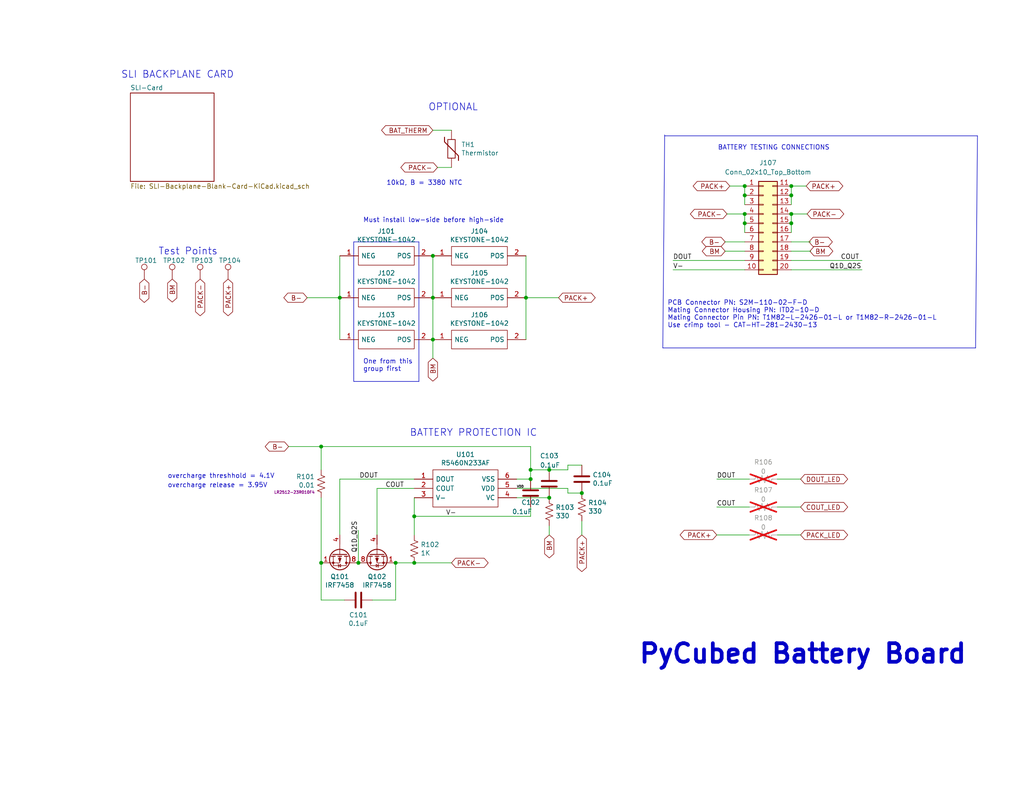
<source format=kicad_sch>
(kicad_sch (version 20230121) (generator eeschema)
  (paper "USLetter")
  (title_block (title "PyCubed Battery Board") (date "2023-06-20") (rev "revB1") (company "Sierra Lobo INC"))
  (lib_symbols
    (symbol "Connector:TestPoint" (pin_numbers hide) (pin_names (offset 0.762) hide)
      (property "Reference" "TP" (at 0 6.858 0))
      (property "Value" "TestPoint" (at 0 5.08 0))
      (symbol "TestPoint_0_1"
        (circle (center 0 3.302) (radius 0.762))
      )
      (symbol "TestPoint_1_1"
        (pin passive line (at 0 0 90) (length 2.54) (name "1") (number "1"))
      )
    )
    (symbol "Connector_Generic:Conn_02x10_Top_Bottom" (pin_names (offset 1.016) hide)
      (property "Reference" "J" (at 1.27 12.7 0))
      (property "Value" "Conn_02x10_Top_Bottom" (at 1.27 -15.24 0))
      (symbol "Conn_02x10_Top_Bottom_1_1"
        (rectangle (start -1.27 -12.573) (end 0 -12.827) (stroke (width 0.1524)))
        (rectangle (start -1.27 -10.033) (end 0 -10.287) (stroke (width 0.1524)))
        (rectangle (start -1.27 -7.493) (end 0 -7.747) (stroke (width 0.1524)))
        (rectangle (start -1.27 -4.953) (end 0 -5.207) (stroke (width 0.1524)))
        (rectangle (start -1.27 -2.413) (end 0 -2.667) (stroke (width 0.1524)))
        (rectangle (start -1.27 0.127) (end 0 -0.127) (stroke (width 0.1524)))
        (rectangle (start -1.27 2.667) (end 0 2.413) (stroke (width 0.1524)))
        (rectangle (start -1.27 5.207) (end 0 4.953) (stroke (width 0.1524)))
        (rectangle (start -1.27 7.747) (end 0 7.493) (stroke (width 0.1524)))
        (rectangle (start -1.27 10.287) (end 0 10.033) (stroke (width 0.1524)))
        (rectangle (start -1.27 11.43) (end 3.81 -13.97) (stroke (width 0.254)) (fill (type background)))
        (rectangle (start 3.81 -12.573) (end 2.54 -12.827) (stroke (width 0.1524)))
        (rectangle (start 3.81 -10.033) (end 2.54 -10.287) (stroke (width 0.1524)))
        (rectangle (start 3.81 -7.493) (end 2.54 -7.747) (stroke (width 0.1524)))
        (rectangle (start 3.81 -4.953) (end 2.54 -5.207) (stroke (width 0.1524)))
        (rectangle (start 3.81 -2.413) (end 2.54 -2.667) (stroke (width 0.1524)))
        (rectangle (start 3.81 0.127) (end 2.54 -0.127) (stroke (width 0.1524)))
        (rectangle (start 3.81 2.667) (end 2.54 2.413) (stroke (width 0.1524)))
        (rectangle (start 3.81 5.207) (end 2.54 4.953) (stroke (width 0.1524)))
        (rectangle (start 3.81 7.747) (end 2.54 7.493) (stroke (width 0.1524)))
        (rectangle (start 3.81 10.287) (end 2.54 10.033) (stroke (width 0.1524)))
        (pin passive line (at -5.08 10.16 0) (length 3.81) (name "Pin_1") (number "1"))
        (pin passive line (at -5.08 -12.7 0) (length 3.81) (name "Pin_10") (number "10"))
        (pin passive line (at 7.62 10.16 180) (length 3.81) (name "Pin_11") (number "11"))
        (pin passive line (at 7.62 7.62 180) (length 3.81) (name "Pin_12") (number "12"))
        (pin passive line (at 7.62 5.08 180) (length 3.81) (name "Pin_13") (number "13"))
        (pin passive line (at 7.62 2.54 180) (length 3.81) (name "Pin_14") (number "14"))
        (pin passive line (at 7.62 0 180) (length 3.81) (name "Pin_15") (number "15"))
        (pin passive line (at 7.62 -2.54 180) (length 3.81) (name "Pin_16") (number "16"))
        (pin passive line (at 7.62 -5.08 180) (length 3.81) (name "Pin_17") (number "17"))
        (pin passive line (at 7.62 -7.62 180) (length 3.81) (name "Pin_18") (number "18"))
        (pin passive line (at 7.62 -10.16 180) (length 3.81) (name "Pin_19") (number "19"))
        (pin passive line (at -5.08 7.62 0) (length 3.81) (name "Pin_2") (number "2"))
        (pin passive line (at 7.62 -12.7 180) (length 3.81) (name "Pin_20") (number "20"))
        (pin passive line (at -5.08 5.08 0) (length 3.81) (name "Pin_3") (number "3"))
        (pin passive line (at -5.08 2.54 0) (length 3.81) (name "Pin_4") (number "4"))
        (pin passive line (at -5.08 0 0) (length 3.81) (name "Pin_5") (number "5"))
        (pin passive line (at -5.08 -2.54 0) (length 3.81) (name "Pin_6") (number "6"))
        (pin passive line (at -5.08 -5.08 0) (length 3.81) (name "Pin_7") (number "7"))
        (pin passive line (at -5.08 -7.62 0) (length 3.81) (name "Pin_8") (number "8"))
        (pin passive line (at -5.08 -10.16 0) (length 3.81) (name "Pin_9") (number "9"))
      )
    )
    (symbol "Device:C" (pin_numbers hide) (pin_names (offset 0.254))
      (property "Reference" "C" (at 0.635 2.54 0))
      (property "Value" "C" (at 0.635 -2.54 0))
      (symbol "C_0_1"
        (polyline (pts (xy -2.032 -0.762) (xy 2.032 -0.762)) (stroke (width 0.508)))
        (polyline (pts (xy -2.032 0.762) (xy 2.032 0.762)) (stroke (width 0.508)))
      )
      (symbol "C_1_1"
        (pin passive line (at 0 3.81 270) (length 2.794) (name "~") (number "1"))
        (pin passive line (at 0 -3.81 90) (length 2.794) (name "~") (number "2"))
      )
    )
    (symbol "Device:R_US" (pin_numbers hide) (pin_names (offset 0))
      (property "Reference" "R" (at 2.54 0 90))
      (property "Value" "R_US" (at -2.54 0 90))
      (symbol "R_US_0_1"
        (polyline (pts (xy 0 -2.286) (xy 0 -2.54)))
        (polyline (pts (xy 0 2.286) (xy 0 2.54)))
        (polyline (pts (xy 0 -0.762) (xy 1.016 -1.143) (xy 0 -1.524) (xy -1.016 -1.905) (xy 0 -2.286)))
        (polyline (pts (xy 0 0.762) (xy 1.016 0.381) (xy 0 0) (xy -1.016 -0.381) (xy 0 -0.762)))
        (polyline (pts (xy 0 2.286) (xy 1.016 1.905) (xy 0 1.524) (xy -1.016 1.143) (xy 0 0.762)))
      )
      (symbol "R_US_1_1"
        (pin passive line (at 0 3.81 270) (length 1.27) (name "~") (number "1"))
        (pin passive line (at 0 -3.81 90) (length 1.27) (name "~") (number "2"))
      )
    )
    (symbol "Device:Thermistor" (pin_numbers hide) (pin_names (offset 0))
      (property "Reference" "TH" (at 2.54 1.27 90))
      (property "Value" "Thermistor" (at -2.54 0 90))
      (symbol "Thermistor_0_1"
        (rectangle (start -1.016 2.54) (end 1.016 -2.54) (stroke (width 0.2032)))
        (polyline (pts (xy -1.905 3.175) (xy -1.905 1.905) (xy 1.905 -1.905) (xy 1.905 -3.175) (xy 1.905 -3.175)) (stroke (width 0.254)))
      )
      (symbol "Thermistor_1_1"
        (pin passive line (at 0 5.08 270) (length 2.54) (name "~") (number "1"))
        (pin passive line (at 0 -5.08 90) (length 2.54) (name "~") (number "2"))
      )
    )
    (symbol "Transistor_FET:IRF7404" (pin_names hide)
      (property "Reference" "Q" (at 5.08 1.905 0))
      (property "Value" "IRF7404" (at 5.08 0 0))
      (symbol "IRF7404_0_1"
        (polyline (pts (xy 0.254 0) (xy -2.54 0)))
        (polyline (pts (xy 0.254 1.905) (xy 0.254 -1.905)) (stroke (width 0.254)))
        (polyline (pts (xy 0.762 -1.27) (xy 0.762 -2.286)) (stroke (width 0.254)))
        (polyline (pts (xy 0.762 0.508) (xy 0.762 -0.508)) (stroke (width 0.254)))
        (polyline (pts (xy 0.762 2.286) (xy 0.762 1.27)) (stroke (width 0.254)))
        (polyline (pts (xy 2.54 2.54) (xy 2.54 1.778)))
        (polyline (pts (xy 2.54 -2.54) (xy 2.54 0) (xy 0.762 0)))
        (polyline (pts (xy 0.762 1.778) (xy 3.302 1.778) (xy 3.302 -1.778) (xy 0.762 -1.778)))
        (polyline (pts (xy 2.286 0) (xy 1.27 0.381) (xy 1.27 -0.381) (xy 2.286 0)) (fill (type outline)))
        (polyline (pts (xy 2.794 -0.508) (xy 2.921 -0.381) (xy 3.683 -0.381) (xy 3.81 -0.254)))
        (polyline (pts (xy 3.302 -0.381) (xy 2.921 0.254) (xy 3.683 0.254) (xy 3.302 -0.381)))
        (circle (center 1.651 0) (radius 2.794) (stroke (width 0.254)))
        (circle (center 2.54 -1.778) (radius 0.254) (fill (type outline)))
        (circle (center 2.54 1.778) (radius 0.254) (fill (type outline)))
      )
      (symbol "IRF7404_1_1"
        (pin passive line (at 2.54 -5.08 90) (length 2.54) (name "S") (number "1"))
        (pin passive line (at 2.54 -5.08 90) (length 2.54) hide (name "S") (number "2"))
        (pin passive line (at 2.54 -5.08 90) (length 2.54) hide (name "S") (number "3"))
        (pin passive line (at -5.08 0 0) (length 2.54) (name "G") (number "4"))
        (pin passive line (at 2.54 5.08 270) (length 2.54) hide (name "D") (number "5"))
        (pin passive line (at 2.54 5.08 270) (length 2.54) hide (name "D") (number "6"))
        (pin passive line (at 2.54 5.08 270) (length 2.54) hide (name "D") (number "7"))
        (pin passive line (at 2.54 5.08 270) (length 2.54) (name "D") (number "8"))
      )
    )
    (symbol "batteryboard-rescue:1042-symbols" (pin_names (offset 0.762))
      (property "Reference" "J" (at 11.43 6.35 0))
      (property "Value" "batteryboard-rescue_1042-symbols" (at 10.16 3.81 0))
      (symbol "1042-symbols_0_0"
        (pin unspecified line (at 0 0 0) (length 5.08) (name "NEG") (number "1"))
        (pin unspecified line (at 25.4 0 180) (length 5.08) (name "POS") (number "2"))
      )
      (symbol "1042-symbols_0_1"
        (polyline (pts (xy 5.08 2.54) (xy 20.32 2.54) (xy 20.32 -2.54) (xy 5.08 -2.54) (xy 5.08 2.54)) (stroke (width 0.1524)))
      )
    )
    (symbol "batteryboard-rescue:R5460N233AF-symbols" (pin_names (offset 0.762))
      (property "Reference" "U" (at 12.7 3.81 0))
      (property "Value" "batteryboard-rescue_R5460N233AF-symbols" (at 7.62 -8.89 0))
      (symbol "R5460N233AF-symbols_0_0"
        (pin unspecified line (at 0 0 0) (length 5.08) (name "DOUT") (number "1"))
        (pin unspecified line (at 0 -2.54 0) (length 5.08) (name "COUT") (number "2"))
        (pin unspecified line (at 0 -5.08 0) (length 5.08) (name "V-") (number "3"))
        (pin unspecified line (at 27.94 -5.08 180) (length 5.08) (name "VC") (number "4"))
        (pin unspecified line (at 27.94 -2.54 180) (length 5.08) (name "VDD") (number "5"))
        (pin unspecified line (at 27.94 0 180) (length 5.08) (name "VSS") (number "6"))
      )
      (symbol "R5460N233AF-symbols_0_1"
        (polyline (pts (xy 5.08 2.54) (xy 22.86 2.54) (xy 22.86 -7.62) (xy 5.08 -7.62) (xy 5.08 2.54)) (stroke (width 0.1524)))
      )
    )
  )
  (junction (at 118.11 92.71))
  (junction (at 158.75 134.62))
  (junction (at 107.95 153.67))
  (junction (at 113.03 140.97))
  (junction (at 87.63 121.92))
  (junction (at 203.2 53.34))
  (junction (at 113.03 153.67))
  (junction (at 118.11 81.28))
  (junction (at 215.9 53.34))
  (junction (at 144.78 130.81))
  (junction (at 144.78 128.27))
  (junction (at 203.2 58.42))
  (junction (at 118.11 69.85))
  (junction (at 215.9 58.42))
  (junction (at 215.9 60.96))
  (junction (at 143.51 81.28))
  (junction (at 203.2 60.96))
  (junction (at 149.86 135.89))
  (junction (at 87.63 153.67))
  (junction (at 203.2 50.8))
  (junction (at 149.86 128.27))
  (junction (at 97.79 153.67))
  (junction (at 215.9 50.8))
  (junction (at 92.71 81.28))
  (wire (pts (xy 215.9 50.8) (xy 219.964 50.8)))
  (wire (pts (xy 113.03 140.97) (xy 113.03 135.89)))
  (wire (pts (xy 198.374 58.42) (xy 203.2 58.42)))
  (wire (pts (xy 143.51 81.28) (xy 143.51 69.85)))
  (wire (pts (xy 92.71 81.28) (xy 83.82 81.28)))
  (wire (pts (xy 149.86 128.27) (xy 154.94 128.27)))
  (wire (pts (xy 154.94 133.35) (xy 154.94 134.62)))
  (polyline (pts (xy 96.52 104.14) (xy 96.52 66.04)))
  (wire (pts (xy 215.9 60.96) (xy 215.9 63.5)))
  (wire (pts (xy 119.38 45.72) (xy 123.19 45.72)))
  (polyline (pts (xy 181.356 36.83) (xy 180.848 94.996)))
  (wire (pts (xy 87.63 121.92) (xy 87.63 128.27)))
  (wire (pts (xy 123.19 153.67) (xy 113.03 153.67)))
  (wire (pts (xy 92.71 130.81) (xy 113.03 130.81)))
  (polyline (pts (xy 96.52 66.04) (xy 114.3 66.04)))
  (wire (pts (xy 92.71 92.71) (xy 92.71 81.28)))
  (polyline (pts (xy 266.7 37.084) (xy 266.192 94.996)))
  (wire (pts (xy 118.11 92.71) (xy 118.11 97.79)))
  (polyline (pts (xy 114.3 66.04) (xy 114.3 104.14)))
  (wire (pts (xy 218.44 146.05) (xy 212.09 146.05)))
  (wire (pts (xy 92.71 81.28) (xy 92.71 69.85)))
  (wire (pts (xy 102.87 133.35) (xy 102.87 146.05)))
  (wire (pts (xy 118.11 69.85) (xy 118.11 81.28)))
  (wire (pts (xy 215.9 58.42) (xy 215.9 60.96)))
  (wire (pts (xy 158.75 146.05) (xy 158.75 142.24)))
  (polyline (pts (xy 266.192 94.996) (xy 180.848 94.996)))
  (wire (pts (xy 197.866 68.58) (xy 203.2 68.58)))
  (wire (pts (xy 199.136 50.8) (xy 203.2 50.8)))
  (wire (pts (xy 195.58 146.05) (xy 204.47 146.05)))
  (wire (pts (xy 144.78 140.97) (xy 113.03 140.97)))
  (wire (pts (xy 203.2 50.8) (xy 203.2 53.34)))
  (wire (pts (xy 149.86 146.05) (xy 149.86 143.51)))
  (wire (pts (xy 102.87 133.35) (xy 113.03 133.35)))
  (wire (pts (xy 107.95 163.83) (xy 107.95 153.67)))
  (wire (pts (xy 93.98 163.83) (xy 87.63 163.83)))
  (wire (pts (xy 143.51 81.28) (xy 152.4 81.28)))
  (wire (pts (xy 215.9 50.8) (xy 215.9 53.34)))
  (wire (pts (xy 144.78 121.92) (xy 87.63 121.92)))
  (wire (pts (xy 87.63 121.92) (xy 78.74 121.92)))
  (wire (pts (xy 203.2 53.34) (xy 203.2 55.88)))
  (wire (pts (xy 154.94 134.62) (xy 158.75 134.62)))
  (wire (pts (xy 154.94 128.27) (xy 154.94 127)))
  (wire (pts (xy 118.11 35.56) (xy 123.19 35.56)))
  (wire (pts (xy 215.9 73.66) (xy 235.204 73.66)))
  (wire (pts (xy 101.6 163.83) (xy 107.95 163.83)))
  (wire (pts (xy 215.9 71.12) (xy 235.204 71.12)))
  (wire (pts (xy 140.97 133.35) (xy 154.94 133.35)))
  (wire (pts (xy 183.642 73.66) (xy 203.2 73.66)))
  (wire (pts (xy 144.78 128.27) (xy 149.86 128.27)))
  (wire (pts (xy 107.95 153.67) (xy 113.03 153.67)))
  (wire (pts (xy 203.2 60.96) (xy 203.2 63.5)))
  (wire (pts (xy 144.78 138.43) (xy 144.78 140.97)))
  (wire (pts (xy 215.9 53.34) (xy 215.9 55.88)))
  (wire (pts (xy 140.97 130.81) (xy 144.78 130.81)))
  (wire (pts (xy 118.11 81.28) (xy 118.11 92.71)))
  (wire (pts (xy 113.03 146.05) (xy 113.03 140.97)))
  (wire (pts (xy 221.234 68.58) (xy 215.9 68.58)))
  (wire (pts (xy 218.44 130.81) (xy 212.09 130.81)))
  (wire (pts (xy 87.63 153.67) (xy 87.63 135.89)))
  (wire (pts (xy 195.58 138.43) (xy 204.47 138.43)))
  (wire (pts (xy 154.94 127) (xy 158.75 127)))
  (wire (pts (xy 195.58 130.81) (xy 204.47 130.81)))
  (wire (pts (xy 144.78 128.27) (xy 144.78 130.81)))
  (wire (pts (xy 218.44 138.43) (xy 212.09 138.43)))
  (wire (pts (xy 144.78 128.27) (xy 144.78 121.92)))
  (wire (pts (xy 140.97 135.89) (xy 149.86 135.89)))
  (wire (pts (xy 143.51 92.71) (xy 143.51 81.28)))
  (wire (pts (xy 221.234 66.04) (xy 215.9 66.04)))
  (wire (pts (xy 197.866 66.04) (xy 203.2 66.04)))
  (wire (pts (xy 87.63 163.83) (xy 87.63 153.67)))
  (wire (pts (xy 92.71 146.05) (xy 92.71 130.81)))
  (wire (pts (xy 215.9 58.42) (xy 220.218 58.42)))
  (wire (pts (xy 183.642 71.12) (xy 203.2 71.12)))
  (wire (pts (xy 97.79 144.78) (xy 97.79 153.67)))
  (wire (pts (xy 203.2 58.42) (xy 203.2 60.96)))
  (polyline (pts (xy 114.3 104.14) (xy 96.52 104.14)))
  (polyline (pts (xy 181.356 37.084) (xy 266.7 37.084)))
  (text "overcharge release = 3.95V" (at 45.72 133.35 0) (effects (font (size 1.27 1.27)) (justify left bottom)))
  (text "Test Points" (at 43.18 69.85 0) (effects (font (size 1.905 1.905)) (justify left bottom)))
  (text "PCB Connector PN: S2M-110-02-F-D\nMating Connector Housing PN: ITD2-10-D\nMating Connector Pin PN: T1M82-L-2426-01-L or T1M82-R-2426-01-L\nUse crimp tool - CAT-HT-281-2430-13" (at 182.118 89.662 0) (effects (font (size 1.27 1.27)) (justify left bottom)))
  (text "Must install low-side before high-side" (at 99.06 60.96 0) (effects (font (size 1.27 1.27)) (justify left bottom)))
  (text "SLI BACKPLANE CARD" (at 33.02 21.59 0) (effects (font (size 1.905 1.905)) (justify left bottom)))
  (text "BATTERY TESTING CONNECTIONS" (at 195.834 41.148 0) (effects (font (size 1.27 1.27)) (justify left bottom)))
  (text "overcharge threshhold = 4.1V" (at 45.72 130.81 0) (effects (font (size 1.27 1.27)) (justify left bottom)))
  (text "OPTIONAL" (at 116.84 30.48 0) (effects (font (size 1.905 1.905)) (justify left bottom)))
  (text "BATTERY PROTECTION IC" (at 111.76 119.38 0) (effects (font (size 1.905 1.905)) (justify left bottom)))
  (text "One from this \ngroup first" (at 99.06 101.6 0) (effects (font (size 1.27 1.27)) (justify left bottom)))
  (text "PyCubed Battery Board" (at 173.99 181.61 0) (effects (font (size 5.08 5.08) (thickness 1.016) bold) (justify left bottom)))
  (text "10kΩ, B = 3380 NTC" (at 105.41 50.8 0) (effects (font (size 1.27 1.27)) (justify left bottom)))
  (label "V-" (at 183.642 73.66 0))
  (label "DOUT" (at 98.044 130.81 0))
  (label "DOUT" (at 195.58 130.81 0))
  (label "V-" (at 121.666 140.97 0))
  (label "Q1D_Q2S" (at 226.314 73.66 0))
  (label "COUT" (at 105.156 133.35 0))
  (label "Q1D_Q2S" (at 97.79 150.876 90))
  (label "COUT" (at 229.362 71.12 0))
  (label "VDD" (at 140.97 133.35 0) (effects (font (size 0.635 0.635))))
  (label "COUT" (at 195.58 138.43 0))
  (label "DOUT" (at 183.642 71.12 0))
  (global_label "B-" (shape bidirectional) (at 83.82 81.28 180) (property "Intersheetrefs" "${INTERSHEET_REFS}" (effects hide)))
  (global_label "B-" (shape bidirectional) (at 78.74 121.92 180) (property "Intersheetrefs" "${INTERSHEET_REFS}" (effects hide)))
  (global_label "BAT_THERM" (shape bidirectional) (at 118.11 35.56 180) (property "Intersheetrefs" "${INTERSHEET_REFS}" (effects hide)))
  (global_label "PACK-" (shape bidirectional) (at 119.38 45.72 180) (property "Intersheetrefs" "${INTERSHEET_REFS}" (effects hide)))
  (global_label "PACK-" (shape bidirectional) (at 54.61 76.2 270) (property "Intersheetrefs" "${INTERSHEET_REFS}" (effects hide)))
  (global_label "PACK+" (shape bidirectional) (at 195.58 146.05 180) (property "Intersheetrefs" "${INTERSHEET_REFS}" (effects hide)))
  (global_label "BM" (shape bidirectional) (at 46.99 76.2 270) (property "Intersheetrefs" "${INTERSHEET_REFS}" (effects hide)))
  (global_label "PACK+" (shape bidirectional) (at 62.23 76.2 270) (property "Intersheetrefs" "${INTERSHEET_REFS}" (effects hide)))
  (global_label "PACK+" (shape bidirectional) (at 199.136 50.8 180) (property "Intersheetrefs" "${INTERSHEET_REFS}" (effects hide)))
  (global_label "PACK-" (shape bidirectional) (at 220.218 58.42 0) (property "Intersheetrefs" "${INTERSHEET_REFS}" (effects hide)))
  (global_label "BM" (shape bidirectional) (at 118.11 97.79 270) (property "Intersheetrefs" "${INTERSHEET_REFS}" (effects hide)))
  (global_label "PACK+" (shape bidirectional) (at 219.964 50.8 0) (property "Intersheetrefs" "${INTERSHEET_REFS}" (effects hide)))
  (global_label "BM" (shape bidirectional) (at 220.98 68.58 0) (property "Intersheetrefs" "${INTERSHEET_REFS}" (effects hide)))
  (global_label "PACK-" (shape bidirectional) (at 198.374 58.42 180) (property "Intersheetrefs" "${INTERSHEET_REFS}" (effects hide)))
  (global_label "PACK+" (shape bidirectional) (at 152.4 81.28 0) (property "Intersheetrefs" "${INTERSHEET_REFS}" (effects hide)))
  (global_label "PACK_LED" (shape bidirectional) (at 218.44 146.05 0) (property "Intersheetrefs" "${INTERSHEET_REFS}" (effects hide)))
  (global_label "B-" (shape bidirectional) (at 197.866 66.04 180) (property "Intersheetrefs" "${INTERSHEET_REFS}" (effects hide)))
  (global_label "DOUT_LED" (shape bidirectional) (at 218.44 130.81 0) (property "Intersheetrefs" "${INTERSHEET_REFS}" (effects hide)))
  (global_label "PACK+" (shape bidirectional) (at 158.75 146.05 270) (property "Intersheetrefs" "${INTERSHEET_REFS}" (effects hide)))
  (global_label "PACK-" (shape bidirectional) (at 123.19 153.67 0) (property "Intersheetrefs" "${INTERSHEET_REFS}" (effects hide)))
  (global_label "BM" (shape bidirectional) (at 197.866 68.58 180) (property "Intersheetrefs" "${INTERSHEET_REFS}" (effects hide)))
  (global_label "B-" (shape bidirectional) (at 39.37 76.2 270) (property "Intersheetrefs" "${INTERSHEET_REFS}" (effects hide)))
  (global_label "BM" (shape bidirectional) (at 149.86 146.05 270) (property "Intersheetrefs" "${INTERSHEET_REFS}" (effects hide)))
  (global_label "COUT_LED" (shape bidirectional) (at 218.44 138.43 0) (property "Intersheetrefs" "${INTERSHEET_REFS}" (effects hide)))
  (global_label "B-" (shape bidirectional) (at 220.726 66.04 0) (property "Intersheetrefs" "${INTERSHEET_REFS}" (effects hide)))
  (symbol (lib_id "batteryboard-rescue:1042-symbols") (at 118.11 69.85 0) (unit 1)
    (property "Reference" "J104" (at 130.81 63.119 0))
    (property "Value" "KEYSTONE-1042" (at 130.81 65.4304 0))
    (property "Footprint" "batteryboard:KEYSTONE-1042" (effects hide))
    (property "Datasheet" "http://www.mouser.com/ds/2/215/042-744829.pdf" (effects hide))
    (property "Description" "Cylindrical Battery Contacts, Clips, Holders & Springs 18650 S/M PC BATTERY HOLDER" (effects hide))
    (property "Manufacturer_Name" "Keystone Electronics" (effects hide))
    (property "Manufacturer_Part_Number" "1042" (effects hide))
    (property "Mouser Part Number" "534-1042" (effects hide))
    (property "Mouser Price/Stock" "https://www.mouser.com/Search/Refine.aspx?Keyword=534-1042" (effects hide))
  )
  (symbol (lib_id "batteryboard-rescue:1042-symbols") (at 92.71 69.85 0) (unit 1)
    (property "Reference" "J101" (at 105.41 63.119 0))
    (property "Value" "KEYSTONE-1042" (at 105.41 65.4304 0))
    (property "Footprint" "batteryboard:KEYSTONE-1042_ALT_J1" (effects hide))
    (property "Datasheet" "http://www.mouser.com/ds/2/215/042-744829.pdf" (effects hide))
    (property "Description" "Cylindrical Battery Contacts, Clips, Holders & Springs 18650 S/M PC BATTERY HOLDER" (effects hide))
    (property "Manufacturer_Name" "Keystone Electronics" (effects hide))
    (property "Manufacturer_Part_Number" "1042" (effects hide))
    (property "Mouser Part Number" "534-1042" (effects hide))
    (property "Mouser Price/Stock" "https://www.mouser.com/Search/Refine.aspx?Keyword=534-1042" (effects hide))
  )
  (symbol (lib_id "batteryboard-rescue:1042-symbols") (at 92.71 81.28 0) (unit 1)
    (property "Reference" "J102" (at 105.41 74.549 0))
    (property "Value" "KEYSTONE-1042" (at 105.41 76.8604 0))
    (property "Footprint" "batteryboard:KEYSTONE-1042" (effects hide))
    (property "Datasheet" "http://www.mouser.com/ds/2/215/042-744829.pdf" (effects hide))
    (property "Description" "Cylindrical Battery Contacts, Clips, Holders & Springs 18650 S/M PC BATTERY HOLDER" (effects hide))
    (property "Manufacturer_Name" "Keystone Electronics" (effects hide))
    (property "Manufacturer_Part_Number" "1042" (effects hide))
    (property "Mouser Part Number" "534-1042" (effects hide))
    (property "Mouser Price/Stock" "https://www.mouser.com/Search/Refine.aspx?Keyword=534-1042" (effects hide))
  )
  (symbol (lib_id "batteryboard-rescue:1042-symbols") (at 118.11 81.28 0) (unit 1)
    (property "Reference" "J105" (at 130.81 74.549 0))
    (property "Value" "KEYSTONE-1042" (at 130.81 76.8604 0))
    (property "Footprint" "batteryboard:KEYSTONE-1042_alt_J4" (effects hide))
    (property "Datasheet" "http://www.mouser.com/ds/2/215/042-744829.pdf" (effects hide))
    (property "Description" "Cylindrical Battery Contacts, Clips, Holders & Springs 18650 S/M PC BATTERY HOLDER" (effects hide))
    (property "Manufacturer_Name" "Keystone Electronics" (effects hide))
    (property "Manufacturer_Part_Number" "1042" (effects hide))
    (property "Mouser Part Number" "534-1042" (effects hide))
    (property "Mouser Price/Stock" "https://www.mouser.com/Search/Refine.aspx?Keyword=534-1042" (effects hide))
  )
  (symbol (lib_id "batteryboard-rescue:1042-symbols") (at 92.71 92.71 0) (unit 1)
    (property "Reference" "J103" (at 105.41 85.979 0))
    (property "Value" "KEYSTONE-1042" (at 105.41 88.2904 0))
    (property "Footprint" "batteryboard:KEYSTONE-1042_ALT_J5" (effects hide))
    (property "Datasheet" "http://www.mouser.com/ds/2/215/042-744829.pdf" (effects hide))
    (property "Description" "Cylindrical Battery Contacts, Clips, Holders & Springs 18650 S/M PC BATTERY HOLDER" (effects hide))
    (property "Manufacturer_Name" "Keystone Electronics" (effects hide))
    (property "Manufacturer_Part_Number" "1042" (effects hide))
    (property "Mouser Part Number" "534-1042" (effects hide))
    (property "Mouser Price/Stock" "https://www.mouser.com/Search/Refine.aspx?Keyword=534-1042" (effects hide))
  )
  (symbol (lib_id "batteryboard-rescue:1042-symbols") (at 118.11 92.71 0) (unit 1)
    (property "Reference" "J106" (at 130.81 85.979 0))
    (property "Value" "KEYSTONE-1042" (at 130.81 88.2904 0))
    (property "Footprint" "batteryboard:KEYSTONE-1042" (effects hide))
    (property "Datasheet" "http://www.mouser.com/ds/2/215/042-744829.pdf" (effects hide))
    (property "Description" "Cylindrical Battery Contacts, Clips, Holders & Springs 18650 S/M PC BATTERY HOLDER" (effects hide))
    (property "Manufacturer_Name" "Keystone Electronics" (effects hide))
    (property "Manufacturer_Part_Number" "1042" (effects hide))
    (property "Mouser Part Number" "534-1042" (effects hide))
    (property "Mouser Price/Stock" "https://www.mouser.com/Search/Refine.aspx?Keyword=534-1042" (effects hide))
  )
  (symbol (lib_id "batteryboard-rescue:R5460N233AF-symbols") (at 113.03 130.81 0) (unit 1)
    (property "Reference" "U101" (at 127 124.079 0))
    (property "Value" "R5460N233AF" (at 127 126.3904 0))
    (property "Footprint" "custom-footprints:SOT95P280X130-6N" (effects hide))
    (property "Datasheet" "http://www.mouser.com/datasheet/2/792/r5460-e-1085730.pdf" (effects hide))
    (property "Description" "Battery Management 2-Cell Li-ion Protection IC" (effects hide))
    (property "Height" "1.3" (effects hide))
    (property "Manufacturer_Name" "Ricoh Electronic Devices Company" (effects hide))
    (property "Manufacturer_Part_Number" "R5460N233AF-TR-FE" (effects hide))
    (property "Mouser Part Number" "848-R5460N233AFTRFE" (effects hide))
    (property "Mouser Price/Stock" "https://www.mouser.com/Search/Refine.aspx?Keyword=848-R5460N233AFTRFE" (effects hide))
  )
  (symbol (lib_id "Connector:TestPoint") (at 39.37 76.2 0) (unit 1)
    (property "Reference" "TP101" (at 36.83 71.12 0) (effects (justify left)))
    (property "Value" "TestPoint" (effects hide))
    (property "Footprint" "TestPoint:TestPoint_Loop_D1.80mm_Drill1.0mm_Beaded" (effects hide))
    (property "DNP" "DNP" (effects hide))
  )
  (symbol (lib_id "Connector:TestPoint") (at 46.99 76.2 0) (unit 1)
    (property "Reference" "TP102" (at 44.45 71.12 0) (effects (justify left)))
    (property "Value" "TestPoint" (effects hide))
    (property "Footprint" "TestPoint:TestPoint_Loop_D1.80mm_Drill1.0mm_Beaded" (effects hide))
    (property "DNP" "DNP" (effects hide))
  )
  (symbol (lib_id "Connector:TestPoint") (at 54.61 76.2 0) (unit 1)
    (property "Reference" "TP103" (at 52.07 71.12 0) (effects (justify left)))
    (property "Value" "TestPoint" (effects hide))
    (property "Footprint" "TestPoint:TestPoint_Loop_D1.80mm_Drill1.0mm_Beaded" (effects hide))
    (property "DNP" "DNP" (effects hide))
  )
  (symbol (lib_id "Connector:TestPoint") (at 62.23 76.2 0) (unit 1)
    (property "Reference" "TP104" (at 59.69 71.12 0) (effects (justify left)))
    (property "Value" "TestPoint" (effects hide))
    (property "Footprint" "TestPoint:TestPoint_Loop_D1.80mm_Drill1.0mm_Beaded" (effects hide))
    (property "DNP" "DNP" (effects hide))
  )
  (symbol (lib_id "Transistor_FET:IRF7404") (at 102.87 151.13 90) (mirror x) (unit 1)
    (property "Reference" "Q102" (at 102.87 157.4546 90))
    (property "Value" "IRF7458" (at 102.87 159.766 90))
    (property "Footprint" "Package_SO:SOIC-8_3.9x4.9mm_P1.27mm" (effects hide))
    (property "Datasheet" "http://www.infineon.com/dgdl/irf7404.pdf?fileId=5546d462533600a4015355fa2b5b1b9e" (effects hide))
    (property "Manufacturer_Part_Number" "IRF7458" (effects hide))
  )
  (symbol (lib_id "Transistor_FET:IRF7404") (at 92.71 151.13 270) (unit 1)
    (property "Reference" "Q101" (at 92.71 157.4546 90))
    (property "Value" "IRF7458" (at 92.71 159.766 90))
    (property "Footprint" "Package_SO:SOIC-8_3.9x4.9mm_P1.27mm" (effects hide))
    (property "Datasheet" "http://www.infineon.com/dgdl/irf7404.pdf?fileId=5546d462533600a4015355fa2b5b1b9e" (effects hide))
    (property "Manufacturer_Part_Number" "IRF7458" (effects hide))
  )
  (symbol (lib_id "Device:R_US") (at 149.86 139.7 180) (unit 1)
    (property "Reference" "R103" (at 151.5872 138.5316 0) (effects (justify right)))
    (property "Value" "330" (at 151.5872 140.843 0) (effects (justify right)))
    (property "Footprint" "Resistor_SMD:R_0603_1608Metric" (effects hide))
  )
  (symbol (lib_id "Device:C") (at 149.86 132.08 0) (unit 1)
    (property "Reference" "C103" (at 147.32 124.46 0) (effects (justify left)))
    (property "Value" "0.1uF" (at 147.32 127 0) (effects (justify left)))
    (property "Footprint" "Capacitor_SMD:C_0603_1608Metric" (effects hide))
  )
  (symbol (lib_id "Device:C") (at 158.75 130.81 0) (unit 1)
    (property "Reference" "C104" (at 161.671 129.6416 0) (effects (justify left)))
    (property "Value" "0.1uF" (at 161.671 131.953 0) (effects (justify left)))
    (property "Footprint" "Capacitor_SMD:C_0603_1608Metric" (effects hide))
  )
  (symbol (lib_id "Device:R_US") (at 158.75 138.43 180) (unit 1)
    (property "Reference" "R104" (at 160.4772 137.2616 0) (effects (justify right)))
    (property "Value" "330" (at 160.4772 139.573 0) (effects (justify right)))
    (property "Footprint" "Resistor_SMD:R_0603_1608Metric" (effects hide))
  )
  (symbol (lib_id "Device:R_US") (at 113.03 149.86 0) (unit 1)
    (property "Reference" "R102" (at 114.7572 148.6916 0) (effects (justify left)))
    (property "Value" "1K" (at 114.7572 151.003 0) (effects (justify left)))
    (property "Footprint" "Resistor_SMD:R_0603_1608Metric" (effects hide))
    (property "Manufacturer_Part_Number" "LR2512-23R010F4" (effects hide))
  )
  (symbol (lib_id "Device:C") (at 144.78 134.62 0) (unit 1)
    (property "Reference" "C102" (at 142.24 137.16 0) (effects (justify left)))
    (property "Value" "0.1uF" (at 139.7 139.7 0) (effects (justify left)))
    (property "Footprint" "Capacitor_SMD:C_0603_1608Metric" (effects hide))
  )
  (symbol (lib_id "Device:R_US") (at 87.63 132.08 0) (unit 1)
    (property "Reference" "R101" (at 85.9028 130.1496 0) (effects (justify right)))
    (property "Value" "0.01" (at 85.9028 132.461 0) (effects (justify right)))
    (property "Footprint" "Resistor_SMD:R_2512_6332Metric" (effects hide))
    (property "PN" "LR2512-23R010F4" (at 85.9028 134.3914 0) (effects (font (size 0.762 0.762)) (justify right)))
  )
  (symbol (lib_id "Device:C") (at 97.79 163.83 90) (unit 1)
    (property "Reference" "C101" (at 97.79 167.894 90))
    (property "Value" "0.1uF" (at 97.79 170.2054 90))
    (property "Footprint" "Capacitor_SMD:C_0603_1608Metric" (effects hide))
  )
  (symbol (lib_id "Device:Thermistor") (at 123.19 40.64 0) (unit 1)
    (property "Reference" "TH1" (at 125.857 39.4716 0) (effects (justify left)))
    (property "Value" "Thermistor" (at 125.857 41.783 0) (effects (justify left)))
    (property "Footprint" "Resistor_THT:R_Axial_DIN0204_L3.6mm_D1.6mm_P5.08mm_Vertical" (effects hide))
  )
  (symbol (lib_id "Connector_Generic:Conn_02x10_Top_Bottom") (at 208.28 60.96 0) (unit 1)
    (property "Reference" "J107" (at 209.55 44.45 0))
    (property "Value" "Conn_02x10_Top_Bottom" (at 209.55 46.99 0))
    (property "Footprint" "batteryboard:SAMTEC_S2M-110-02-X-D" (effects hide))
  )
  (symbol (lib_id "Device:R_US") (at 208.28 130.81 270) (unit 1) (dnp yes)
    (property "Reference" "R106" (at 208.28 126.1635 90))
    (property "Value" "0" (at 208.28 128.7035 90))
    (property "Footprint" "Resistor_SMD:R_0603_1608Metric" (effects hide))
  )
  (symbol (lib_id "Device:R_US") (at 208.28 146.05 270) (unit 1) (dnp yes)
    (property "Reference" "R108" (at 208.28 141.4035 90))
    (property "Value" "0" (at 208.28 143.9435 90))
    (property "Footprint" "Resistor_SMD:R_0603_1608Metric" (effects hide))
  )
  (symbol (lib_id "Device:R_US") (at 208.28 138.43 270) (unit 1) (dnp yes)
    (property "Reference" "R107" (at 208.28 133.7835 90))
    (property "Value" "0" (at 208.28 136.3235 90))
    (property "Footprint" "Resistor_SMD:R_0603_1608Metric" (effects hide))
  )
  (sheet (at 35.56 25.4) (size 22.86 24.13)
    (property "Sheetname" "SLI-Card" (at 35.56 24.6884 0) (effects (justify left bottom)))
    (property "Sheetfile" "SLI-Backplane-Blank-Card-KiCad.kicad_sch" (at 35.56 50.1146 0) (effects (justify left top)))
  )
)
</source>
